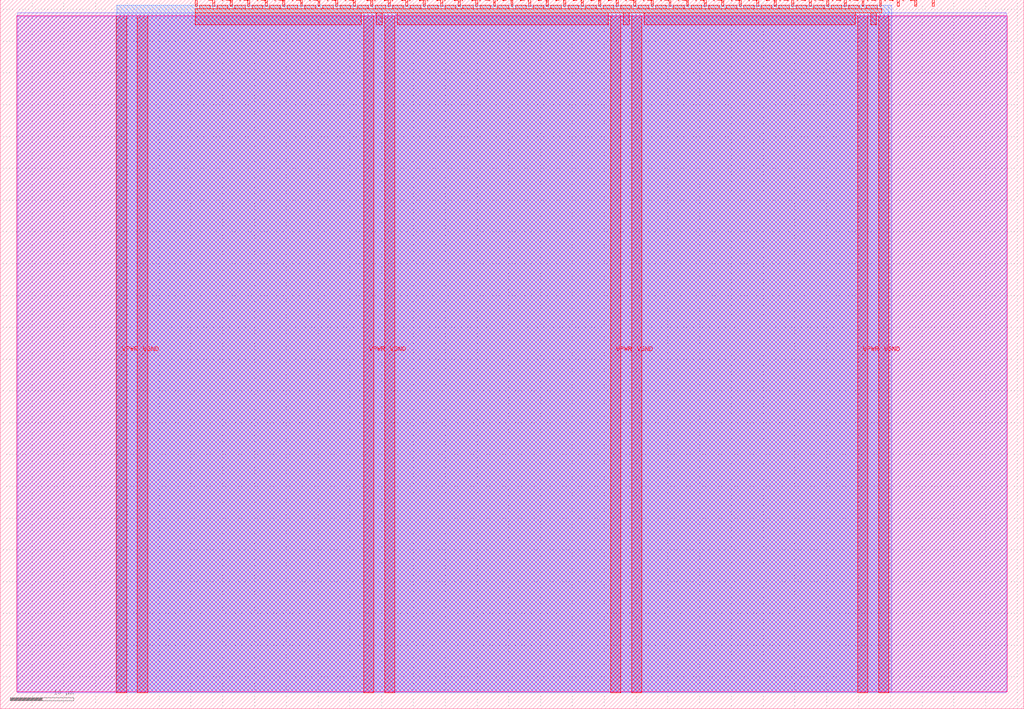
<source format=lef>
VERSION 5.7 ;
  NOWIREEXTENSIONATPIN ON ;
  DIVIDERCHAR "/" ;
  BUSBITCHARS "[]" ;
MACRO tt_um_secd_8_array_mult
  CLASS BLOCK ;
  FOREIGN tt_um_secd_8_array_mult ;
  ORIGIN 0.000 0.000 ;
  SIZE 161.000 BY 111.520 ;
  PIN VGND
    DIRECTION INOUT ;
    USE GROUND ;
    PORT
      LAYER met4 ;
        RECT 21.580 2.480 23.180 109.040 ;
    END
    PORT
      LAYER met4 ;
        RECT 60.450 2.480 62.050 109.040 ;
    END
    PORT
      LAYER met4 ;
        RECT 99.320 2.480 100.920 109.040 ;
    END
    PORT
      LAYER met4 ;
        RECT 138.190 2.480 139.790 109.040 ;
    END
  END VGND
  PIN VPWR
    DIRECTION INOUT ;
    USE POWER ;
    PORT
      LAYER met4 ;
        RECT 18.280 2.480 19.880 109.040 ;
    END
    PORT
      LAYER met4 ;
        RECT 57.150 2.480 58.750 109.040 ;
    END
    PORT
      LAYER met4 ;
        RECT 96.020 2.480 97.620 109.040 ;
    END
    PORT
      LAYER met4 ;
        RECT 134.890 2.480 136.490 109.040 ;
    END
  END VPWR
  PIN clk
    DIRECTION INPUT ;
    USE SIGNAL ;
    PORT
      LAYER met4 ;
        RECT 143.830 110.520 144.130 111.520 ;
    END
  END clk
  PIN ena
    DIRECTION INPUT ;
    USE SIGNAL ;
    PORT
      LAYER met4 ;
        RECT 146.590 110.520 146.890 111.520 ;
    END
  END ena
  PIN rst_n
    DIRECTION INPUT ;
    USE SIGNAL ;
    PORT
      LAYER met4 ;
        RECT 141.070 110.520 141.370 111.520 ;
    END
  END rst_n
  PIN ui_in[0]
    DIRECTION INPUT ;
    USE SIGNAL ;
    ANTENNAGATEAREA 0.213000 ;
    PORT
      LAYER met4 ;
        RECT 138.310 110.520 138.610 111.520 ;
    END
  END ui_in[0]
  PIN ui_in[1]
    DIRECTION INPUT ;
    USE SIGNAL ;
    ANTENNAGATEAREA 0.159000 ;
    PORT
      LAYER met4 ;
        RECT 135.550 110.520 135.850 111.520 ;
    END
  END ui_in[1]
  PIN ui_in[2]
    DIRECTION INPUT ;
    USE SIGNAL ;
    ANTENNAGATEAREA 0.159000 ;
    PORT
      LAYER met4 ;
        RECT 132.790 110.520 133.090 111.520 ;
    END
  END ui_in[2]
  PIN ui_in[3]
    DIRECTION INPUT ;
    USE SIGNAL ;
    ANTENNAGATEAREA 0.213000 ;
    PORT
      LAYER met4 ;
        RECT 130.030 110.520 130.330 111.520 ;
    END
  END ui_in[3]
  PIN ui_in[4]
    DIRECTION INPUT ;
    USE SIGNAL ;
    ANTENNAGATEAREA 0.213000 ;
    PORT
      LAYER met4 ;
        RECT 127.270 110.520 127.570 111.520 ;
    END
  END ui_in[4]
  PIN ui_in[5]
    DIRECTION INPUT ;
    USE SIGNAL ;
    ANTENNAGATEAREA 0.213000 ;
    PORT
      LAYER met4 ;
        RECT 124.510 110.520 124.810 111.520 ;
    END
  END ui_in[5]
  PIN ui_in[6]
    DIRECTION INPUT ;
    USE SIGNAL ;
    ANTENNAGATEAREA 0.213000 ;
    PORT
      LAYER met4 ;
        RECT 121.750 110.520 122.050 111.520 ;
    END
  END ui_in[6]
  PIN ui_in[7]
    DIRECTION INPUT ;
    USE SIGNAL ;
    ANTENNAGATEAREA 0.213000 ;
    PORT
      LAYER met4 ;
        RECT 118.990 110.520 119.290 111.520 ;
    END
  END ui_in[7]
  PIN uio_in[0]
    DIRECTION INPUT ;
    USE SIGNAL ;
    PORT
      LAYER met4 ;
        RECT 116.230 110.520 116.530 111.520 ;
    END
  END uio_in[0]
  PIN uio_in[1]
    DIRECTION INPUT ;
    USE SIGNAL ;
    PORT
      LAYER met4 ;
        RECT 113.470 110.520 113.770 111.520 ;
    END
  END uio_in[1]
  PIN uio_in[2]
    DIRECTION INPUT ;
    USE SIGNAL ;
    PORT
      LAYER met4 ;
        RECT 110.710 110.520 111.010 111.520 ;
    END
  END uio_in[2]
  PIN uio_in[3]
    DIRECTION INPUT ;
    USE SIGNAL ;
    PORT
      LAYER met4 ;
        RECT 107.950 110.520 108.250 111.520 ;
    END
  END uio_in[3]
  PIN uio_in[4]
    DIRECTION INPUT ;
    USE SIGNAL ;
    PORT
      LAYER met4 ;
        RECT 105.190 110.520 105.490 111.520 ;
    END
  END uio_in[4]
  PIN uio_in[5]
    DIRECTION INPUT ;
    USE SIGNAL ;
    PORT
      LAYER met4 ;
        RECT 102.430 110.520 102.730 111.520 ;
    END
  END uio_in[5]
  PIN uio_in[6]
    DIRECTION INPUT ;
    USE SIGNAL ;
    PORT
      LAYER met4 ;
        RECT 99.670 110.520 99.970 111.520 ;
    END
  END uio_in[6]
  PIN uio_in[7]
    DIRECTION INPUT ;
    USE SIGNAL ;
    PORT
      LAYER met4 ;
        RECT 96.910 110.520 97.210 111.520 ;
    END
  END uio_in[7]
  PIN uio_oe[0]
    DIRECTION OUTPUT ;
    USE SIGNAL ;
    PORT
      LAYER met4 ;
        RECT 49.990 110.520 50.290 111.520 ;
    END
  END uio_oe[0]
  PIN uio_oe[1]
    DIRECTION OUTPUT ;
    USE SIGNAL ;
    PORT
      LAYER met4 ;
        RECT 47.230 110.520 47.530 111.520 ;
    END
  END uio_oe[1]
  PIN uio_oe[2]
    DIRECTION OUTPUT ;
    USE SIGNAL ;
    PORT
      LAYER met4 ;
        RECT 44.470 110.520 44.770 111.520 ;
    END
  END uio_oe[2]
  PIN uio_oe[3]
    DIRECTION OUTPUT ;
    USE SIGNAL ;
    PORT
      LAYER met4 ;
        RECT 41.710 110.520 42.010 111.520 ;
    END
  END uio_oe[3]
  PIN uio_oe[4]
    DIRECTION OUTPUT ;
    USE SIGNAL ;
    PORT
      LAYER met4 ;
        RECT 38.950 110.520 39.250 111.520 ;
    END
  END uio_oe[4]
  PIN uio_oe[5]
    DIRECTION OUTPUT ;
    USE SIGNAL ;
    PORT
      LAYER met4 ;
        RECT 36.190 110.520 36.490 111.520 ;
    END
  END uio_oe[5]
  PIN uio_oe[6]
    DIRECTION OUTPUT ;
    USE SIGNAL ;
    PORT
      LAYER met4 ;
        RECT 33.430 110.520 33.730 111.520 ;
    END
  END uio_oe[6]
  PIN uio_oe[7]
    DIRECTION OUTPUT ;
    USE SIGNAL ;
    PORT
      LAYER met4 ;
        RECT 30.670 110.520 30.970 111.520 ;
    END
  END uio_oe[7]
  PIN uio_out[0]
    DIRECTION OUTPUT ;
    USE SIGNAL ;
    PORT
      LAYER met4 ;
        RECT 72.070 110.520 72.370 111.520 ;
    END
  END uio_out[0]
  PIN uio_out[1]
    DIRECTION OUTPUT ;
    USE SIGNAL ;
    PORT
      LAYER met4 ;
        RECT 69.310 110.520 69.610 111.520 ;
    END
  END uio_out[1]
  PIN uio_out[2]
    DIRECTION OUTPUT ;
    USE SIGNAL ;
    PORT
      LAYER met4 ;
        RECT 66.550 110.520 66.850 111.520 ;
    END
  END uio_out[2]
  PIN uio_out[3]
    DIRECTION OUTPUT ;
    USE SIGNAL ;
    PORT
      LAYER met4 ;
        RECT 63.790 110.520 64.090 111.520 ;
    END
  END uio_out[3]
  PIN uio_out[4]
    DIRECTION OUTPUT ;
    USE SIGNAL ;
    PORT
      LAYER met4 ;
        RECT 61.030 110.520 61.330 111.520 ;
    END
  END uio_out[4]
  PIN uio_out[5]
    DIRECTION OUTPUT ;
    USE SIGNAL ;
    PORT
      LAYER met4 ;
        RECT 58.270 110.520 58.570 111.520 ;
    END
  END uio_out[5]
  PIN uio_out[6]
    DIRECTION OUTPUT ;
    USE SIGNAL ;
    PORT
      LAYER met4 ;
        RECT 55.510 110.520 55.810 111.520 ;
    END
  END uio_out[6]
  PIN uio_out[7]
    DIRECTION OUTPUT ;
    USE SIGNAL ;
    PORT
      LAYER met4 ;
        RECT 52.750 110.520 53.050 111.520 ;
    END
  END uio_out[7]
  PIN uo_out[0]
    DIRECTION OUTPUT ;
    USE SIGNAL ;
    ANTENNAGATEAREA 0.247500 ;
    ANTENNADIFFAREA 0.924000 ;
    PORT
      LAYER met4 ;
        RECT 94.150 110.520 94.450 111.520 ;
    END
  END uo_out[0]
  PIN uo_out[1]
    DIRECTION OUTPUT ;
    USE SIGNAL ;
    ANTENNADIFFAREA 0.445500 ;
    PORT
      LAYER met4 ;
        RECT 91.390 110.520 91.690 111.520 ;
    END
  END uo_out[1]
  PIN uo_out[2]
    DIRECTION OUTPUT ;
    USE SIGNAL ;
    ANTENNADIFFAREA 0.445500 ;
    PORT
      LAYER met4 ;
        RECT 88.630 110.520 88.930 111.520 ;
    END
  END uo_out[2]
  PIN uo_out[3]
    DIRECTION OUTPUT ;
    USE SIGNAL ;
    ANTENNADIFFAREA 0.445500 ;
    PORT
      LAYER met4 ;
        RECT 85.870 110.520 86.170 111.520 ;
    END
  END uo_out[3]
  PIN uo_out[4]
    DIRECTION OUTPUT ;
    USE SIGNAL ;
    ANTENNADIFFAREA 0.445500 ;
    PORT
      LAYER met4 ;
        RECT 83.110 110.520 83.410 111.520 ;
    END
  END uo_out[4]
  PIN uo_out[5]
    DIRECTION OUTPUT ;
    USE SIGNAL ;
    ANTENNADIFFAREA 0.445500 ;
    PORT
      LAYER met4 ;
        RECT 80.350 110.520 80.650 111.520 ;
    END
  END uo_out[5]
  PIN uo_out[6]
    DIRECTION OUTPUT ;
    USE SIGNAL ;
    ANTENNADIFFAREA 0.445500 ;
    PORT
      LAYER met4 ;
        RECT 77.590 110.520 77.890 111.520 ;
    END
  END uo_out[6]
  PIN uo_out[7]
    DIRECTION OUTPUT ;
    USE SIGNAL ;
    ANTENNADIFFAREA 0.445500 ;
    PORT
      LAYER met4 ;
        RECT 74.830 110.520 75.130 111.520 ;
    END
  END uo_out[7]
  OBS
      LAYER nwell ;
        RECT 2.570 2.635 158.430 108.990 ;
      LAYER li1 ;
        RECT 2.760 2.635 158.240 108.885 ;
      LAYER met1 ;
        RECT 2.760 2.480 158.240 109.440 ;
      LAYER met2 ;
        RECT 18.310 2.535 140.200 110.685 ;
      LAYER met3 ;
        RECT 18.290 2.555 139.780 110.665 ;
      LAYER met4 ;
        RECT 31.370 110.120 33.030 110.665 ;
        RECT 34.130 110.120 35.790 110.665 ;
        RECT 36.890 110.120 38.550 110.665 ;
        RECT 39.650 110.120 41.310 110.665 ;
        RECT 42.410 110.120 44.070 110.665 ;
        RECT 45.170 110.120 46.830 110.665 ;
        RECT 47.930 110.120 49.590 110.665 ;
        RECT 50.690 110.120 52.350 110.665 ;
        RECT 53.450 110.120 55.110 110.665 ;
        RECT 56.210 110.120 57.870 110.665 ;
        RECT 58.970 110.120 60.630 110.665 ;
        RECT 61.730 110.120 63.390 110.665 ;
        RECT 64.490 110.120 66.150 110.665 ;
        RECT 67.250 110.120 68.910 110.665 ;
        RECT 70.010 110.120 71.670 110.665 ;
        RECT 72.770 110.120 74.430 110.665 ;
        RECT 75.530 110.120 77.190 110.665 ;
        RECT 78.290 110.120 79.950 110.665 ;
        RECT 81.050 110.120 82.710 110.665 ;
        RECT 83.810 110.120 85.470 110.665 ;
        RECT 86.570 110.120 88.230 110.665 ;
        RECT 89.330 110.120 90.990 110.665 ;
        RECT 92.090 110.120 93.750 110.665 ;
        RECT 94.850 110.120 96.510 110.665 ;
        RECT 97.610 110.120 99.270 110.665 ;
        RECT 100.370 110.120 102.030 110.665 ;
        RECT 103.130 110.120 104.790 110.665 ;
        RECT 105.890 110.120 107.550 110.665 ;
        RECT 108.650 110.120 110.310 110.665 ;
        RECT 111.410 110.120 113.070 110.665 ;
        RECT 114.170 110.120 115.830 110.665 ;
        RECT 116.930 110.120 118.590 110.665 ;
        RECT 119.690 110.120 121.350 110.665 ;
        RECT 122.450 110.120 124.110 110.665 ;
        RECT 125.210 110.120 126.870 110.665 ;
        RECT 127.970 110.120 129.630 110.665 ;
        RECT 130.730 110.120 132.390 110.665 ;
        RECT 133.490 110.120 135.150 110.665 ;
        RECT 136.250 110.120 137.910 110.665 ;
        RECT 30.655 109.440 138.625 110.120 ;
        RECT 30.655 107.615 56.750 109.440 ;
        RECT 59.150 107.615 60.050 109.440 ;
        RECT 62.450 107.615 95.620 109.440 ;
        RECT 98.020 107.615 98.920 109.440 ;
        RECT 101.320 107.615 134.490 109.440 ;
        RECT 136.890 107.615 137.790 109.440 ;
  END
END tt_um_secd_8_array_mult
END LIBRARY


</source>
